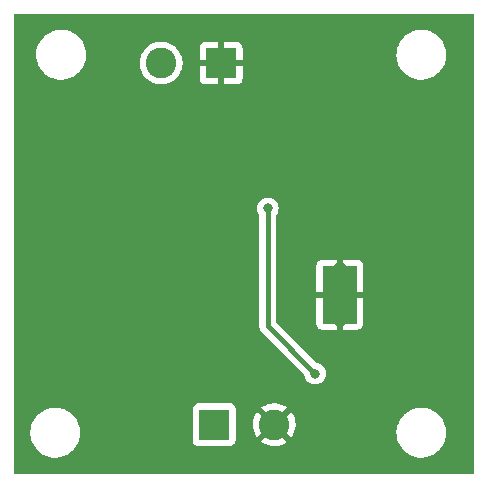
<source format=gbr>
%TF.GenerationSoftware,KiCad,Pcbnew,(5.99.0-10209-gdc0cf3b802)*%
%TF.CreationDate,2021-04-10T19:11:07+02:00*%
%TF.ProjectId,BUCK_LMR33630,4255434b-5f4c-44d5-9233-333633302e6b,rev?*%
%TF.SameCoordinates,Original*%
%TF.FileFunction,Copper,L2,Bot*%
%TF.FilePolarity,Positive*%
%FSLAX46Y46*%
G04 Gerber Fmt 4.6, Leading zero omitted, Abs format (unit mm)*
G04 Created by KiCad (PCBNEW (5.99.0-10209-gdc0cf3b802)) date 2021-04-10 19:11:07*
%MOMM*%
%LPD*%
G01*
G04 APERTURE LIST*
%TA.AperFunction,ComponentPad*%
%ADD10R,2.600000X2.600000*%
%TD*%
%TA.AperFunction,ComponentPad*%
%ADD11C,2.600000*%
%TD*%
%TA.AperFunction,ComponentPad*%
%ADD12C,0.600000*%
%TD*%
%TA.AperFunction,SMDPad,CuDef*%
%ADD13R,2.950000X4.900000*%
%TD*%
%TA.AperFunction,ViaPad*%
%ADD14C,0.800000*%
%TD*%
%TA.AperFunction,Conductor*%
%ADD15C,0.400000*%
%TD*%
G04 APERTURE END LIST*
D10*
%TO.P,J2,1,Pin_1*%
%TO.N,GND*%
X118045000Y-64695000D03*
D11*
%TO.P,J2,2,Pin_2*%
%TO.N,VOUT*%
X112965000Y-64695000D03*
%TD*%
D12*
%TO.P,U1,9,AGND*%
%TO.N,GND*%
X128750000Y-84950000D03*
X127450000Y-86250000D03*
X127450000Y-83650000D03*
X127450000Y-84950000D03*
X127450000Y-82350000D03*
X128750000Y-86250000D03*
X128750000Y-83650000D03*
D13*
X128100000Y-84300000D03*
D12*
X128750000Y-82350000D03*
%TD*%
D10*
%TO.P,J1,1,Pin_1*%
%TO.N,VIN*%
X117455000Y-95305000D03*
D11*
%TO.P,J1,2,Pin_2*%
%TO.N,GND*%
X122535000Y-95305000D03*
%TD*%
D14*
%TO.N,GND*%
X121000000Y-88200000D03*
X114900000Y-82800000D03*
X136300000Y-88200000D03*
X123500000Y-86600000D03*
X137800000Y-86700000D03*
X116100000Y-76200000D03*
X117400000Y-82900000D03*
X124000000Y-91100000D03*
X112400000Y-82900000D03*
X119800000Y-76200000D03*
X124200000Y-80900000D03*
X110500000Y-76300000D03*
X136300000Y-85000000D03*
X126300000Y-88500000D03*
%TO.N,VOUT*%
X126000000Y-91000000D03*
X122000000Y-77000000D03*
%TD*%
D15*
%TO.N,VOUT*%
X126000000Y-91000000D02*
X122000000Y-87000000D01*
X122000000Y-87000000D02*
X122000000Y-77000000D01*
%TD*%
%TA.AperFunction,Conductor*%
%TO.N,GND*%
G36*
X139434121Y-60528002D02*
G01*
X139480614Y-60581658D01*
X139492000Y-60634000D01*
X139492000Y-99366000D01*
X139471998Y-99434121D01*
X139418342Y-99480614D01*
X139366000Y-99492000D01*
X100634000Y-99492000D01*
X100565879Y-99471998D01*
X100519386Y-99418342D01*
X100508000Y-99366000D01*
X100508000Y-95977868D01*
X101886616Y-95977868D01*
X101903166Y-96264892D01*
X101903991Y-96269097D01*
X101903992Y-96269105D01*
X101906692Y-96282866D01*
X101958516Y-96547014D01*
X101959903Y-96551065D01*
X102034426Y-96768729D01*
X102051642Y-96819014D01*
X102053568Y-96822843D01*
X102176480Y-97067225D01*
X102180822Y-97075859D01*
X102343664Y-97312796D01*
X102537155Y-97525440D01*
X102757716Y-97709857D01*
X102761357Y-97712141D01*
X102997624Y-97860352D01*
X102997628Y-97860354D01*
X103001264Y-97862635D01*
X103263293Y-97980945D01*
X103267412Y-97982165D01*
X103534841Y-98061382D01*
X103534846Y-98061383D01*
X103538954Y-98062600D01*
X103543188Y-98063248D01*
X103543193Y-98063249D01*
X103796037Y-98101940D01*
X103823147Y-98106088D01*
X103969498Y-98108387D01*
X104106321Y-98110537D01*
X104106327Y-98110537D01*
X104110612Y-98110604D01*
X104114864Y-98110089D01*
X104114872Y-98110089D01*
X104336529Y-98083265D01*
X104396030Y-98076064D01*
X104400179Y-98074976D01*
X104400182Y-98074975D01*
X104669970Y-98004198D01*
X104674121Y-98003109D01*
X104939736Y-97893087D01*
X104988827Y-97864401D01*
X105184255Y-97750202D01*
X105184257Y-97750200D01*
X105187963Y-97748035D01*
X105414208Y-97570637D01*
X105614283Y-97364175D01*
X105616816Y-97360727D01*
X105616820Y-97360722D01*
X105781949Y-97135925D01*
X105784487Y-97132470D01*
X105792419Y-97117861D01*
X105919621Y-96883585D01*
X105919622Y-96883583D01*
X105921671Y-96879809D01*
X105995449Y-96684562D01*
X106021777Y-96614887D01*
X106021778Y-96614883D01*
X106023295Y-96610869D01*
X106075632Y-96382350D01*
X106086521Y-96334808D01*
X106086522Y-96334804D01*
X106087479Y-96330624D01*
X106091742Y-96282866D01*
X106112816Y-96046728D01*
X106112816Y-96046726D01*
X106113036Y-96044262D01*
X106113500Y-96000000D01*
X106108684Y-95929351D01*
X106094238Y-95717442D01*
X106094237Y-95717436D01*
X106093946Y-95713165D01*
X106089409Y-95691254D01*
X106056125Y-95530537D01*
X106035644Y-95431638D01*
X105939674Y-95160628D01*
X105807812Y-94905150D01*
X105642498Y-94669931D01*
X105639573Y-94666783D01*
X105449711Y-94462468D01*
X105449708Y-94462466D01*
X105446790Y-94459325D01*
X105443474Y-94456611D01*
X105443471Y-94456608D01*
X105227629Y-94279942D01*
X105227622Y-94279937D01*
X105224311Y-94277227D01*
X104979176Y-94127009D01*
X104975240Y-94125281D01*
X104719851Y-94013172D01*
X104719847Y-94013171D01*
X104715923Y-94011448D01*
X104693287Y-94005000D01*
X115641500Y-94005000D01*
X115641500Y-96605000D01*
X115646727Y-96678079D01*
X115687904Y-96818316D01*
X115692775Y-96825895D01*
X115762051Y-96933691D01*
X115762053Y-96933694D01*
X115766923Y-96941271D01*
X115773733Y-96947172D01*
X115870569Y-97031082D01*
X115870572Y-97031084D01*
X115877381Y-97036984D01*
X115885579Y-97040728D01*
X115985703Y-97086453D01*
X116010330Y-97097700D01*
X116019245Y-97098982D01*
X116019246Y-97098982D01*
X116150552Y-97117861D01*
X116150559Y-97117862D01*
X116155000Y-97118500D01*
X118755000Y-97118500D01*
X118828079Y-97113273D01*
X118919420Y-97086453D01*
X118959670Y-97074635D01*
X118959672Y-97074634D01*
X118968316Y-97072096D01*
X119032135Y-97031082D01*
X119083691Y-96997949D01*
X119083694Y-96997947D01*
X119091271Y-96993077D01*
X119097172Y-96986267D01*
X119181082Y-96889431D01*
X119181084Y-96889428D01*
X119186984Y-96882619D01*
X119204305Y-96844692D01*
X119243958Y-96757864D01*
X119243958Y-96757863D01*
X119247615Y-96749856D01*
X121454889Y-96749856D01*
X121463603Y-96761376D01*
X121570482Y-96839744D01*
X121578401Y-96844692D01*
X121807918Y-96965447D01*
X121816492Y-96969175D01*
X122061345Y-97054682D01*
X122070354Y-97057096D01*
X122325174Y-97105475D01*
X122334431Y-97106529D01*
X122593605Y-97116713D01*
X122602918Y-97116387D01*
X122860752Y-97088149D01*
X122869906Y-97086453D01*
X123120732Y-97020416D01*
X123129552Y-97017379D01*
X123367856Y-96914996D01*
X123376128Y-96910689D01*
X123596678Y-96774209D01*
X123604222Y-96768729D01*
X123609511Y-96764251D01*
X123617948Y-96751450D01*
X123611883Y-96741093D01*
X122547812Y-95677022D01*
X122533868Y-95669408D01*
X122532035Y-95669539D01*
X122525420Y-95673790D01*
X121461547Y-96737663D01*
X121454889Y-96749856D01*
X119247615Y-96749856D01*
X119247700Y-96749670D01*
X119258962Y-96671340D01*
X119267861Y-96609448D01*
X119267862Y-96609441D01*
X119268500Y-96605000D01*
X119268500Y-95262212D01*
X120722845Y-95262212D01*
X120735290Y-95521277D01*
X120736427Y-95530537D01*
X120787025Y-95784915D01*
X120789519Y-95793908D01*
X120877159Y-96038005D01*
X120880959Y-96046540D01*
X121003717Y-96275004D01*
X121008725Y-96282866D01*
X121078770Y-96376666D01*
X121090029Y-96385115D01*
X121102447Y-96378343D01*
X122162978Y-95317812D01*
X122169356Y-95306132D01*
X122899408Y-95306132D01*
X122899539Y-95307965D01*
X122903790Y-95314580D01*
X123971044Y-96381834D01*
X123983424Y-96388594D01*
X123991765Y-96382350D01*
X124125767Y-96174020D01*
X124130213Y-96165830D01*
X124214884Y-95977868D01*
X132886616Y-95977868D01*
X132903166Y-96264892D01*
X132903991Y-96269097D01*
X132903992Y-96269105D01*
X132906692Y-96282866D01*
X132958516Y-96547014D01*
X132959903Y-96551065D01*
X133034426Y-96768729D01*
X133051642Y-96819014D01*
X133053568Y-96822843D01*
X133176480Y-97067225D01*
X133180822Y-97075859D01*
X133343664Y-97312796D01*
X133537155Y-97525440D01*
X133757716Y-97709857D01*
X133761357Y-97712141D01*
X133997624Y-97860352D01*
X133997628Y-97860354D01*
X134001264Y-97862635D01*
X134263293Y-97980945D01*
X134267412Y-97982165D01*
X134534841Y-98061382D01*
X134534846Y-98061383D01*
X134538954Y-98062600D01*
X134543188Y-98063248D01*
X134543193Y-98063249D01*
X134796037Y-98101940D01*
X134823147Y-98106088D01*
X134969498Y-98108387D01*
X135106321Y-98110537D01*
X135106327Y-98110537D01*
X135110612Y-98110604D01*
X135114864Y-98110089D01*
X135114872Y-98110089D01*
X135336529Y-98083265D01*
X135396030Y-98076064D01*
X135400179Y-98074976D01*
X135400182Y-98074975D01*
X135669970Y-98004198D01*
X135674121Y-98003109D01*
X135939736Y-97893087D01*
X135988827Y-97864401D01*
X136184255Y-97750202D01*
X136184257Y-97750200D01*
X136187963Y-97748035D01*
X136414208Y-97570637D01*
X136614283Y-97364175D01*
X136616816Y-97360727D01*
X136616820Y-97360722D01*
X136781949Y-97135925D01*
X136784487Y-97132470D01*
X136792419Y-97117861D01*
X136919621Y-96883585D01*
X136919622Y-96883583D01*
X136921671Y-96879809D01*
X136995449Y-96684562D01*
X137021777Y-96614887D01*
X137021778Y-96614883D01*
X137023295Y-96610869D01*
X137075632Y-96382350D01*
X137086521Y-96334808D01*
X137086522Y-96334804D01*
X137087479Y-96330624D01*
X137091742Y-96282866D01*
X137112816Y-96046728D01*
X137112816Y-96046726D01*
X137113036Y-96044262D01*
X137113500Y-96000000D01*
X137108684Y-95929351D01*
X137094238Y-95717442D01*
X137094237Y-95717436D01*
X137093946Y-95713165D01*
X137089409Y-95691254D01*
X137056125Y-95530537D01*
X137035644Y-95431638D01*
X136939674Y-95160628D01*
X136807812Y-94905150D01*
X136642498Y-94669931D01*
X136639573Y-94666783D01*
X136449711Y-94462468D01*
X136449708Y-94462466D01*
X136446790Y-94459325D01*
X136443474Y-94456611D01*
X136443471Y-94456608D01*
X136227629Y-94279942D01*
X136227622Y-94279937D01*
X136224311Y-94277227D01*
X135979176Y-94127009D01*
X135975240Y-94125281D01*
X135719851Y-94013172D01*
X135719847Y-94013171D01*
X135715923Y-94011448D01*
X135439421Y-93932685D01*
X135228794Y-93902708D01*
X135159041Y-93892781D01*
X135159039Y-93892781D01*
X135154789Y-93892176D01*
X135003976Y-93891387D01*
X134871579Y-93890693D01*
X134871573Y-93890693D01*
X134867292Y-93890671D01*
X134863048Y-93891230D01*
X134863044Y-93891230D01*
X134737864Y-93907710D01*
X134582251Y-93928197D01*
X134578111Y-93929330D01*
X134578109Y-93929330D01*
X134309732Y-94002750D01*
X134304940Y-94004061D01*
X134283580Y-94013172D01*
X134044433Y-94115176D01*
X134044426Y-94115180D01*
X134040491Y-94116858D01*
X134036810Y-94119061D01*
X133797479Y-94262297D01*
X133797475Y-94262300D01*
X133793797Y-94264501D01*
X133790454Y-94267179D01*
X133790450Y-94267182D01*
X133755427Y-94295241D01*
X133569423Y-94444259D01*
X133566479Y-94447361D01*
X133566475Y-94447365D01*
X133489161Y-94528837D01*
X133371520Y-94652804D01*
X133203752Y-94886279D01*
X133069222Y-95140362D01*
X132970419Y-95410352D01*
X132909173Y-95691254D01*
X132886616Y-95977868D01*
X124214884Y-95977868D01*
X124236740Y-95929351D01*
X124239935Y-95920574D01*
X124310334Y-95670953D01*
X124312192Y-95661823D01*
X124345117Y-95403015D01*
X124345598Y-95396729D01*
X124347917Y-95308160D01*
X124347766Y-95301851D01*
X124328432Y-95041674D01*
X124327055Y-95032468D01*
X124269812Y-94779487D01*
X124267088Y-94770576D01*
X124173080Y-94528837D01*
X124169069Y-94520427D01*
X124040364Y-94295241D01*
X124035153Y-94287515D01*
X123991946Y-94232707D01*
X123980020Y-94224236D01*
X123968488Y-94230722D01*
X122907022Y-95292188D01*
X122899408Y-95306132D01*
X122169356Y-95306132D01*
X122170592Y-95303868D01*
X122170461Y-95302035D01*
X122166210Y-95295420D01*
X121100866Y-94230076D01*
X121087558Y-94222809D01*
X121077519Y-94229931D01*
X121061998Y-94248593D01*
X121056587Y-94256177D01*
X120922027Y-94477924D01*
X120917798Y-94486224D01*
X120817498Y-94725412D01*
X120814537Y-94734262D01*
X120750697Y-94985637D01*
X120749075Y-94994834D01*
X120723090Y-95252887D01*
X120722845Y-95262212D01*
X119268500Y-95262212D01*
X119268500Y-94005000D01*
X119263273Y-93931921D01*
X119241491Y-93857739D01*
X121452154Y-93857739D01*
X121456729Y-93867519D01*
X122522188Y-94932978D01*
X122536132Y-94940592D01*
X122537965Y-94940461D01*
X122544580Y-94936210D01*
X123609299Y-93871491D01*
X123615683Y-93859801D01*
X123606272Y-93847691D01*
X123459003Y-93745527D01*
X123450976Y-93740799D01*
X123218350Y-93626081D01*
X123209717Y-93622593D01*
X122962681Y-93543516D01*
X122953630Y-93541343D01*
X122697625Y-93499650D01*
X122688336Y-93498838D01*
X122428996Y-93495443D01*
X122419684Y-93496013D01*
X122162696Y-93530987D01*
X122153560Y-93532928D01*
X121904567Y-93605504D01*
X121895824Y-93608772D01*
X121660286Y-93717357D01*
X121652131Y-93721877D01*
X121461290Y-93846999D01*
X121452154Y-93857739D01*
X119241491Y-93857739D01*
X119222096Y-93791684D01*
X119197574Y-93753528D01*
X119147949Y-93676309D01*
X119147947Y-93676306D01*
X119143077Y-93668729D01*
X119093859Y-93626081D01*
X119039431Y-93578918D01*
X119039428Y-93578916D01*
X119032619Y-93573016D01*
X118899670Y-93512300D01*
X118890755Y-93511018D01*
X118890754Y-93511018D01*
X118759448Y-93492139D01*
X118759441Y-93492138D01*
X118755000Y-93491500D01*
X116155000Y-93491500D01*
X116081921Y-93496727D01*
X116028884Y-93512300D01*
X115950330Y-93535365D01*
X115950328Y-93535366D01*
X115941684Y-93537904D01*
X115934105Y-93542775D01*
X115826309Y-93612051D01*
X115826306Y-93612053D01*
X115818729Y-93616923D01*
X115812828Y-93623733D01*
X115728918Y-93720569D01*
X115728916Y-93720572D01*
X115723016Y-93727381D01*
X115662300Y-93860330D01*
X115661018Y-93869245D01*
X115661018Y-93869246D01*
X115642139Y-94000552D01*
X115642138Y-94000559D01*
X115641500Y-94005000D01*
X104693287Y-94005000D01*
X104439421Y-93932685D01*
X104228794Y-93902708D01*
X104159041Y-93892781D01*
X104159039Y-93892781D01*
X104154789Y-93892176D01*
X104003976Y-93891387D01*
X103871579Y-93890693D01*
X103871573Y-93890693D01*
X103867292Y-93890671D01*
X103863048Y-93891230D01*
X103863044Y-93891230D01*
X103737864Y-93907710D01*
X103582251Y-93928197D01*
X103578111Y-93929330D01*
X103578109Y-93929330D01*
X103309732Y-94002750D01*
X103304940Y-94004061D01*
X103283580Y-94013172D01*
X103044433Y-94115176D01*
X103044426Y-94115180D01*
X103040491Y-94116858D01*
X103036810Y-94119061D01*
X102797479Y-94262297D01*
X102797475Y-94262300D01*
X102793797Y-94264501D01*
X102790454Y-94267179D01*
X102790450Y-94267182D01*
X102755427Y-94295241D01*
X102569423Y-94444259D01*
X102566479Y-94447361D01*
X102566475Y-94447365D01*
X102489161Y-94528837D01*
X102371520Y-94652804D01*
X102203752Y-94886279D01*
X102069222Y-95140362D01*
X101970419Y-95410352D01*
X101909173Y-95691254D01*
X101886616Y-95977868D01*
X100508000Y-95977868D01*
X100508000Y-77000000D01*
X121086500Y-77000000D01*
X121106462Y-77189927D01*
X121165476Y-77371554D01*
X121260963Y-77536942D01*
X121265377Y-77541845D01*
X121267438Y-77544681D01*
X121291500Y-77618739D01*
X121291500Y-86974047D01*
X121291208Y-86982617D01*
X121287477Y-87037342D01*
X121298461Y-87100273D01*
X121299421Y-87106766D01*
X121307096Y-87170194D01*
X121309781Y-87177298D01*
X121310418Y-87179893D01*
X121314872Y-87196175D01*
X121315648Y-87198745D01*
X121316953Y-87206224D01*
X121320004Y-87213175D01*
X121320006Y-87213181D01*
X121342620Y-87264696D01*
X121345113Y-87270804D01*
X121367694Y-87330562D01*
X121372000Y-87336827D01*
X121373250Y-87339218D01*
X121381433Y-87353920D01*
X121382807Y-87356243D01*
X121385861Y-87363201D01*
X121390486Y-87369228D01*
X121390488Y-87369232D01*
X121424746Y-87413878D01*
X121428615Y-87419203D01*
X121464796Y-87471846D01*
X121470466Y-87476898D01*
X121470467Y-87476899D01*
X121508682Y-87510947D01*
X121513958Y-87515928D01*
X125065340Y-91067311D01*
X125099366Y-91129623D01*
X125101555Y-91143234D01*
X125106462Y-91189927D01*
X125165476Y-91371554D01*
X125260963Y-91536942D01*
X125388749Y-91678863D01*
X125394091Y-91682744D01*
X125394093Y-91682746D01*
X125537908Y-91787233D01*
X125543250Y-91791114D01*
X125549278Y-91793798D01*
X125549280Y-91793799D01*
X125711682Y-91866105D01*
X125717713Y-91868790D01*
X125811113Y-91888643D01*
X125898056Y-91907124D01*
X125898061Y-91907124D01*
X125904513Y-91908496D01*
X126095487Y-91908496D01*
X126101939Y-91907124D01*
X126101944Y-91907124D01*
X126188887Y-91888643D01*
X126282287Y-91868790D01*
X126288318Y-91866105D01*
X126450720Y-91793799D01*
X126450722Y-91793798D01*
X126456750Y-91791114D01*
X126462092Y-91787233D01*
X126605907Y-91682746D01*
X126605909Y-91682744D01*
X126611251Y-91678863D01*
X126739037Y-91536942D01*
X126834524Y-91371554D01*
X126893538Y-91189927D01*
X126913500Y-91000000D01*
X126893538Y-90810073D01*
X126834524Y-90628446D01*
X126739037Y-90463058D01*
X126611251Y-90321137D01*
X126605909Y-90317256D01*
X126605907Y-90317254D01*
X126462092Y-90212767D01*
X126462091Y-90212766D01*
X126456750Y-90208886D01*
X126450722Y-90206202D01*
X126450720Y-90206201D01*
X126288318Y-90133895D01*
X126288317Y-90133895D01*
X126282287Y-90131210D01*
X126275826Y-90129837D01*
X126275821Y-90129835D01*
X126129437Y-90098719D01*
X126066539Y-90064568D01*
X122745405Y-86743434D01*
X122711379Y-86681122D01*
X122708500Y-86654339D01*
X122708500Y-84567548D01*
X126112000Y-84567548D01*
X126112000Y-86747743D01*
X126112161Y-86752250D01*
X126116740Y-86816269D01*
X126119126Y-86829491D01*
X126155819Y-86954458D01*
X126163233Y-86970692D01*
X126232426Y-87078360D01*
X126244112Y-87091847D01*
X126340840Y-87175662D01*
X126355848Y-87185307D01*
X126472275Y-87238477D01*
X126489388Y-87243502D01*
X126620554Y-87262361D01*
X126629495Y-87263000D01*
X127827885Y-87263000D01*
X127843124Y-87258525D01*
X127844329Y-87257135D01*
X127846000Y-87249452D01*
X127846000Y-87023326D01*
X127843808Y-87015861D01*
X128354000Y-87015861D01*
X128354000Y-87244885D01*
X128358475Y-87260124D01*
X128359865Y-87261329D01*
X128367548Y-87263000D01*
X129572743Y-87263000D01*
X129577250Y-87262839D01*
X129641269Y-87258260D01*
X129654491Y-87255874D01*
X129779458Y-87219181D01*
X129795692Y-87211767D01*
X129903360Y-87142574D01*
X129916847Y-87130888D01*
X130000662Y-87034160D01*
X130010307Y-87019152D01*
X130063477Y-86902725D01*
X130068502Y-86885612D01*
X130087361Y-86754446D01*
X130088000Y-86745503D01*
X130088000Y-84572115D01*
X130083525Y-84556876D01*
X130082135Y-84555671D01*
X130074452Y-84554000D01*
X129523326Y-84554000D01*
X129497681Y-84561530D01*
X129109210Y-84950000D01*
X128750000Y-85309210D01*
X128472022Y-85587189D01*
X128464409Y-85601132D01*
X128464540Y-85602967D01*
X128468790Y-85609580D01*
X129020115Y-86160905D01*
X129054141Y-86223217D01*
X129049076Y-86294032D01*
X129020115Y-86339095D01*
X128750000Y-86609210D01*
X128366812Y-86992399D01*
X128354000Y-87015861D01*
X127843808Y-87015861D01*
X127838469Y-86997679D01*
X127179885Y-86339095D01*
X127145859Y-86276783D01*
X127147694Y-86251131D01*
X127814408Y-86251131D01*
X127814539Y-86252966D01*
X127818789Y-86259578D01*
X127833191Y-86273980D01*
X127843276Y-86279487D01*
X127846000Y-86272184D01*
X127846000Y-86231326D01*
X127844969Y-86227816D01*
X128354000Y-86227816D01*
X128354000Y-86268674D01*
X128357237Y-86279699D01*
X128364328Y-86276461D01*
X128377979Y-86262811D01*
X128385592Y-86248869D01*
X128385461Y-86247034D01*
X128381211Y-86240422D01*
X128366809Y-86226020D01*
X128356724Y-86220513D01*
X128354000Y-86227816D01*
X127844969Y-86227816D01*
X127842763Y-86220301D01*
X127835672Y-86223539D01*
X127822021Y-86237189D01*
X127814408Y-86251131D01*
X127147694Y-86251131D01*
X127150924Y-86205968D01*
X127179885Y-86160905D01*
X127450000Y-85890790D01*
X127727977Y-85612812D01*
X127735591Y-85598868D01*
X127735460Y-85597033D01*
X127731212Y-85590423D01*
X127091921Y-84951131D01*
X127814408Y-84951131D01*
X127814539Y-84952966D01*
X127818789Y-84959578D01*
X127833191Y-84973980D01*
X127843276Y-84979487D01*
X127846000Y-84972184D01*
X127846000Y-84931326D01*
X127844969Y-84927816D01*
X128354000Y-84927816D01*
X128354000Y-84968674D01*
X128357237Y-84979699D01*
X128364328Y-84976461D01*
X128377979Y-84962811D01*
X128385592Y-84948869D01*
X128385461Y-84947034D01*
X128381211Y-84940422D01*
X128366809Y-84926020D01*
X128356724Y-84920513D01*
X128354000Y-84927816D01*
X127844969Y-84927816D01*
X127842763Y-84920301D01*
X127835672Y-84923539D01*
X127822021Y-84937189D01*
X127814408Y-84951131D01*
X127091921Y-84951131D01*
X127090790Y-84950000D01*
X126707600Y-84566811D01*
X126690066Y-84557237D01*
X127420301Y-84557237D01*
X127423539Y-84564328D01*
X127437189Y-84577979D01*
X127451131Y-84585592D01*
X127452966Y-84585461D01*
X127459578Y-84581211D01*
X127473980Y-84566809D01*
X127479207Y-84557237D01*
X128720301Y-84557237D01*
X128723539Y-84564328D01*
X128737189Y-84577979D01*
X128751131Y-84585592D01*
X128752966Y-84585461D01*
X128759578Y-84581211D01*
X128773980Y-84566809D01*
X128779487Y-84556724D01*
X128772184Y-84554000D01*
X128731326Y-84554000D01*
X128720301Y-84557237D01*
X127479207Y-84557237D01*
X127479487Y-84556724D01*
X127472184Y-84554000D01*
X127431326Y-84554000D01*
X127420301Y-84557237D01*
X126690066Y-84557237D01*
X126684138Y-84554000D01*
X126130115Y-84554000D01*
X126114876Y-84558475D01*
X126113671Y-84559865D01*
X126112000Y-84567548D01*
X122708500Y-84567548D01*
X122708500Y-81854495D01*
X126112000Y-81854495D01*
X126112000Y-84027885D01*
X126116475Y-84043124D01*
X126117865Y-84044329D01*
X126125548Y-84046000D01*
X126676674Y-84046000D01*
X126685951Y-84043276D01*
X127420513Y-84043276D01*
X127427816Y-84046000D01*
X127468674Y-84046000D01*
X127477952Y-84043276D01*
X128720513Y-84043276D01*
X128727816Y-84046000D01*
X128768674Y-84046000D01*
X128779699Y-84042763D01*
X128776461Y-84035672D01*
X128762811Y-84022021D01*
X128748869Y-84014408D01*
X128747034Y-84014539D01*
X128740422Y-84018789D01*
X128726020Y-84033191D01*
X128720513Y-84043276D01*
X127477952Y-84043276D01*
X127479699Y-84042763D01*
X127476461Y-84035672D01*
X127462811Y-84022021D01*
X127448869Y-84014408D01*
X127447034Y-84014539D01*
X127440422Y-84018789D01*
X127426020Y-84033191D01*
X127420513Y-84043276D01*
X126685951Y-84043276D01*
X126702319Y-84038470D01*
X127089659Y-83651131D01*
X127814408Y-83651131D01*
X127814539Y-83652966D01*
X127818789Y-83659578D01*
X127833191Y-83673980D01*
X127843276Y-83679487D01*
X127846000Y-83672184D01*
X127846000Y-83631326D01*
X127844969Y-83627816D01*
X128354000Y-83627816D01*
X128354000Y-83668674D01*
X128357237Y-83679699D01*
X128364328Y-83676461D01*
X128377979Y-83662811D01*
X128385592Y-83648869D01*
X128385461Y-83647034D01*
X128381211Y-83640422D01*
X128366809Y-83626020D01*
X128356724Y-83620513D01*
X128354000Y-83627816D01*
X127844969Y-83627816D01*
X127842763Y-83620301D01*
X127835672Y-83623539D01*
X127822021Y-83637189D01*
X127814408Y-83651131D01*
X127089659Y-83651131D01*
X127450000Y-83290790D01*
X127727978Y-83012811D01*
X127735591Y-82998868D01*
X127735460Y-82997033D01*
X127731210Y-82990420D01*
X127179885Y-82439095D01*
X127145859Y-82376783D01*
X127147694Y-82351131D01*
X127814408Y-82351131D01*
X127814539Y-82352966D01*
X127818789Y-82359578D01*
X127833191Y-82373980D01*
X127843276Y-82379487D01*
X127846000Y-82372184D01*
X127846000Y-82331326D01*
X127844969Y-82327816D01*
X128354000Y-82327816D01*
X128354000Y-82368674D01*
X128357237Y-82379699D01*
X128364328Y-82376461D01*
X128377979Y-82362811D01*
X128385592Y-82348869D01*
X128385461Y-82347034D01*
X128381211Y-82340422D01*
X128366809Y-82326020D01*
X128356724Y-82320513D01*
X128354000Y-82327816D01*
X127844969Y-82327816D01*
X127842763Y-82320301D01*
X127835672Y-82323539D01*
X127822021Y-82337189D01*
X127814408Y-82351131D01*
X127147694Y-82351131D01*
X127150924Y-82305968D01*
X127179885Y-82260905D01*
X127450000Y-81990790D01*
X127833188Y-81607601D01*
X127846000Y-81584139D01*
X127846000Y-81355115D01*
X127844659Y-81350548D01*
X128354000Y-81350548D01*
X128354000Y-81576674D01*
X128361531Y-81602321D01*
X129020115Y-82260905D01*
X129054141Y-82323217D01*
X129049076Y-82394032D01*
X129020115Y-82439095D01*
X128750000Y-82709210D01*
X128472023Y-82987188D01*
X128464409Y-83001132D01*
X128464540Y-83002967D01*
X128468788Y-83009577D01*
X128750000Y-83290790D01*
X129492400Y-84033189D01*
X129515862Y-84046000D01*
X130069885Y-84046000D01*
X130085124Y-84041525D01*
X130086329Y-84040135D01*
X130088000Y-84032452D01*
X130088000Y-81852257D01*
X130087839Y-81847750D01*
X130083260Y-81783731D01*
X130080874Y-81770509D01*
X130044181Y-81645542D01*
X130036767Y-81629308D01*
X129967574Y-81521640D01*
X129955888Y-81508153D01*
X129859160Y-81424338D01*
X129844152Y-81414693D01*
X129727725Y-81361523D01*
X129710612Y-81356498D01*
X129579446Y-81337639D01*
X129570505Y-81337000D01*
X128372115Y-81337000D01*
X128356876Y-81341475D01*
X128355671Y-81342865D01*
X128354000Y-81350548D01*
X127844659Y-81350548D01*
X127841525Y-81339876D01*
X127840135Y-81338671D01*
X127832452Y-81337000D01*
X126627257Y-81337000D01*
X126622750Y-81337161D01*
X126558731Y-81341740D01*
X126545509Y-81344126D01*
X126420542Y-81380819D01*
X126404308Y-81388233D01*
X126296640Y-81457426D01*
X126283153Y-81469112D01*
X126199338Y-81565840D01*
X126189693Y-81580848D01*
X126136523Y-81697275D01*
X126131498Y-81714388D01*
X126112639Y-81845554D01*
X126112000Y-81854495D01*
X122708500Y-81854495D01*
X122708500Y-77618739D01*
X122732562Y-77544681D01*
X122734623Y-77541845D01*
X122739037Y-77536942D01*
X122834524Y-77371554D01*
X122893538Y-77189927D01*
X122913500Y-77000000D01*
X122893538Y-76810073D01*
X122834524Y-76628446D01*
X122739037Y-76463058D01*
X122611251Y-76321137D01*
X122605909Y-76317256D01*
X122605907Y-76317254D01*
X122462092Y-76212767D01*
X122462091Y-76212766D01*
X122456750Y-76208886D01*
X122450722Y-76206202D01*
X122450720Y-76206201D01*
X122288318Y-76133895D01*
X122288317Y-76133895D01*
X122282287Y-76131210D01*
X122188887Y-76111357D01*
X122101944Y-76092876D01*
X122101939Y-76092876D01*
X122095487Y-76091504D01*
X121904513Y-76091504D01*
X121898061Y-76092876D01*
X121898056Y-76092876D01*
X121811113Y-76111357D01*
X121717713Y-76131210D01*
X121711683Y-76133895D01*
X121711682Y-76133895D01*
X121549280Y-76206201D01*
X121549278Y-76206202D01*
X121543250Y-76208886D01*
X121537909Y-76212766D01*
X121537908Y-76212767D01*
X121394093Y-76317254D01*
X121394091Y-76317256D01*
X121388749Y-76321137D01*
X121260963Y-76463058D01*
X121165476Y-76628446D01*
X121106462Y-76810073D01*
X121086500Y-77000000D01*
X100508000Y-77000000D01*
X100508000Y-63977868D01*
X102386616Y-63977868D01*
X102403166Y-64264892D01*
X102403991Y-64269097D01*
X102403992Y-64269105D01*
X102434163Y-64422885D01*
X102458516Y-64547014D01*
X102459903Y-64551065D01*
X102510265Y-64698160D01*
X102551642Y-64819014D01*
X102553568Y-64822843D01*
X102671113Y-65056554D01*
X102680822Y-65075859D01*
X102843664Y-65312796D01*
X103037155Y-65525440D01*
X103257716Y-65709857D01*
X103261357Y-65712141D01*
X103497624Y-65860352D01*
X103497628Y-65860354D01*
X103501264Y-65862635D01*
X103763293Y-65980945D01*
X103825751Y-65999446D01*
X104034841Y-66061382D01*
X104034846Y-66061383D01*
X104038954Y-66062600D01*
X104043188Y-66063248D01*
X104043193Y-66063249D01*
X104296037Y-66101940D01*
X104323147Y-66106088D01*
X104469498Y-66108387D01*
X104606321Y-66110537D01*
X104606327Y-66110537D01*
X104610612Y-66110604D01*
X104614864Y-66110089D01*
X104614872Y-66110089D01*
X104836529Y-66083265D01*
X104896030Y-66076064D01*
X104900179Y-66074976D01*
X104900182Y-66074975D01*
X105169970Y-66004198D01*
X105174121Y-66003109D01*
X105439736Y-65893087D01*
X105488827Y-65864401D01*
X105684255Y-65750202D01*
X105684257Y-65750200D01*
X105687963Y-65748035D01*
X105914208Y-65570637D01*
X105928329Y-65556066D01*
X106111300Y-65367253D01*
X106114283Y-65364175D01*
X106116816Y-65360727D01*
X106116820Y-65360722D01*
X106281949Y-65135925D01*
X106284487Y-65132470D01*
X106315224Y-65075859D01*
X106419621Y-64883585D01*
X106419622Y-64883583D01*
X106421671Y-64879809D01*
X106472483Y-64745339D01*
X106509443Y-64647528D01*
X111152121Y-64647528D01*
X111165018Y-64916010D01*
X111165931Y-64920600D01*
X111207325Y-65128702D01*
X111217456Y-65179637D01*
X111219035Y-65184035D01*
X111219037Y-65184042D01*
X111267680Y-65319522D01*
X111308285Y-65432617D01*
X111435510Y-65669393D01*
X111438301Y-65673130D01*
X111438305Y-65673137D01*
X111519944Y-65782464D01*
X111596334Y-65884763D01*
X111599643Y-65888043D01*
X111599648Y-65888049D01*
X111716816Y-66004198D01*
X111787226Y-66073996D01*
X111790988Y-66076754D01*
X111790991Y-66076757D01*
X112000224Y-66230173D01*
X112003991Y-66232935D01*
X112008122Y-66235109D01*
X112008123Y-66235109D01*
X112237734Y-66355913D01*
X112237740Y-66355915D01*
X112241869Y-66358088D01*
X112246276Y-66359627D01*
X112246283Y-66359630D01*
X112421053Y-66420662D01*
X112495632Y-66446706D01*
X112759706Y-66496843D01*
X112887198Y-66501852D01*
X113023622Y-66507212D01*
X113023627Y-66507212D01*
X113028290Y-66507395D01*
X113112656Y-66498156D01*
X113290831Y-66478643D01*
X113290837Y-66478642D01*
X113295484Y-66478133D01*
X113300008Y-66476942D01*
X113550895Y-66410889D01*
X113550897Y-66410888D01*
X113555418Y-66409698D01*
X113671954Y-66359630D01*
X113798087Y-66305439D01*
X113798089Y-66305438D01*
X113802381Y-66303594D01*
X113970663Y-66199458D01*
X114026976Y-66164611D01*
X114026980Y-66164608D01*
X114030949Y-66162152D01*
X114091919Y-66110537D01*
X114232532Y-65991500D01*
X114232534Y-65991498D01*
X114236099Y-65988480D01*
X114413325Y-65786392D01*
X114436604Y-65750202D01*
X114556207Y-65564257D01*
X114558735Y-65560327D01*
X114669133Y-65315254D01*
X114707381Y-65179637D01*
X114721745Y-65128702D01*
X114742093Y-65056554D01*
X114754052Y-64962548D01*
X116232000Y-64962548D01*
X116232000Y-65992743D01*
X116232161Y-65997250D01*
X116236740Y-66061269D01*
X116239126Y-66074491D01*
X116275819Y-66199458D01*
X116283233Y-66215692D01*
X116352426Y-66323360D01*
X116364112Y-66336847D01*
X116460840Y-66420662D01*
X116475848Y-66430307D01*
X116592275Y-66483477D01*
X116609388Y-66488502D01*
X116740554Y-66507361D01*
X116749495Y-66508000D01*
X117772885Y-66508000D01*
X117788124Y-66503525D01*
X117789329Y-66502135D01*
X117791000Y-66494452D01*
X117791000Y-64967115D01*
X117789659Y-64962548D01*
X118299000Y-64962548D01*
X118299000Y-66489885D01*
X118303475Y-66505124D01*
X118304865Y-66506329D01*
X118312548Y-66508000D01*
X119342743Y-66508000D01*
X119347250Y-66507839D01*
X119411269Y-66503260D01*
X119424491Y-66500874D01*
X119549458Y-66464181D01*
X119565692Y-66456767D01*
X119673360Y-66387574D01*
X119686847Y-66375888D01*
X119770662Y-66279160D01*
X119780307Y-66264152D01*
X119833477Y-66147725D01*
X119838502Y-66130612D01*
X119857361Y-65999446D01*
X119858000Y-65990503D01*
X119858000Y-64967115D01*
X119853525Y-64951876D01*
X119852135Y-64950671D01*
X119844452Y-64949000D01*
X118317115Y-64949000D01*
X118301876Y-64953475D01*
X118300671Y-64954865D01*
X118299000Y-64962548D01*
X117789659Y-64962548D01*
X117786525Y-64951876D01*
X117785135Y-64950671D01*
X117777452Y-64949000D01*
X116250115Y-64949000D01*
X116234876Y-64953475D01*
X116233671Y-64954865D01*
X116232000Y-64962548D01*
X114754052Y-64962548D01*
X114764578Y-64879809D01*
X114775617Y-64793041D01*
X114775617Y-64793037D01*
X114776015Y-64789911D01*
X114778500Y-64695000D01*
X114774626Y-64642874D01*
X114758926Y-64431600D01*
X114758925Y-64431596D01*
X114758580Y-64426948D01*
X114699259Y-64164784D01*
X114601838Y-63914268D01*
X114599520Y-63910212D01*
X114470779Y-63684961D01*
X114470777Y-63684959D01*
X114468460Y-63680904D01*
X114302052Y-63469817D01*
X114227298Y-63399495D01*
X116232000Y-63399495D01*
X116232000Y-64422885D01*
X116236475Y-64438124D01*
X116237865Y-64439329D01*
X116245548Y-64441000D01*
X117772885Y-64441000D01*
X117788124Y-64436525D01*
X117789329Y-64435135D01*
X117791000Y-64427452D01*
X117791000Y-62900115D01*
X117789659Y-62895548D01*
X118299000Y-62895548D01*
X118299000Y-64422885D01*
X118303475Y-64438124D01*
X118304865Y-64439329D01*
X118312548Y-64441000D01*
X119839885Y-64441000D01*
X119855124Y-64436525D01*
X119856329Y-64435135D01*
X119858000Y-64427452D01*
X119858000Y-63977868D01*
X132886616Y-63977868D01*
X132903166Y-64264892D01*
X132903991Y-64269097D01*
X132903992Y-64269105D01*
X132934163Y-64422885D01*
X132958516Y-64547014D01*
X132959903Y-64551065D01*
X133010265Y-64698160D01*
X133051642Y-64819014D01*
X133053568Y-64822843D01*
X133171113Y-65056554D01*
X133180822Y-65075859D01*
X133343664Y-65312796D01*
X133537155Y-65525440D01*
X133757716Y-65709857D01*
X133761357Y-65712141D01*
X133997624Y-65860352D01*
X133997628Y-65860354D01*
X134001264Y-65862635D01*
X134263293Y-65980945D01*
X134325751Y-65999446D01*
X134534841Y-66061382D01*
X134534846Y-66061383D01*
X134538954Y-66062600D01*
X134543188Y-66063248D01*
X134543193Y-66063249D01*
X134796037Y-66101940D01*
X134823147Y-66106088D01*
X134969498Y-66108387D01*
X135106321Y-66110537D01*
X135106327Y-66110537D01*
X135110612Y-66110604D01*
X135114864Y-66110089D01*
X135114872Y-66110089D01*
X135336529Y-66083265D01*
X135396030Y-66076064D01*
X135400179Y-66074976D01*
X135400182Y-66074975D01*
X135669970Y-66004198D01*
X135674121Y-66003109D01*
X135939736Y-65893087D01*
X135988827Y-65864401D01*
X136184255Y-65750202D01*
X136184257Y-65750200D01*
X136187963Y-65748035D01*
X136414208Y-65570637D01*
X136428329Y-65556066D01*
X136611300Y-65367253D01*
X136614283Y-65364175D01*
X136616816Y-65360727D01*
X136616820Y-65360722D01*
X136781949Y-65135925D01*
X136784487Y-65132470D01*
X136815224Y-65075859D01*
X136919621Y-64883585D01*
X136919622Y-64883583D01*
X136921671Y-64879809D01*
X136972483Y-64745339D01*
X137021777Y-64614887D01*
X137021778Y-64614883D01*
X137023295Y-64610869D01*
X137062200Y-64441000D01*
X137086521Y-64334808D01*
X137086522Y-64334804D01*
X137087479Y-64330624D01*
X137092970Y-64269105D01*
X137112816Y-64046728D01*
X137112816Y-64046726D01*
X137113036Y-64044262D01*
X137113500Y-64000000D01*
X137111700Y-63973597D01*
X137094238Y-63717442D01*
X137094237Y-63717436D01*
X137093946Y-63713165D01*
X137089409Y-63691254D01*
X137044310Y-63473485D01*
X137035644Y-63431638D01*
X136939674Y-63160628D01*
X136807812Y-62905150D01*
X136642498Y-62669931D01*
X136639573Y-62666783D01*
X136449711Y-62462468D01*
X136449708Y-62462466D01*
X136446790Y-62459325D01*
X136443474Y-62456611D01*
X136443471Y-62456608D01*
X136227629Y-62279942D01*
X136227622Y-62279937D01*
X136224311Y-62277227D01*
X135979176Y-62127009D01*
X135975240Y-62125281D01*
X135719851Y-62013172D01*
X135719847Y-62013171D01*
X135715923Y-62011448D01*
X135439421Y-61932685D01*
X135228794Y-61902708D01*
X135159041Y-61892781D01*
X135159039Y-61892781D01*
X135154789Y-61892176D01*
X135003976Y-61891387D01*
X134871579Y-61890693D01*
X134871573Y-61890693D01*
X134867292Y-61890671D01*
X134863048Y-61891230D01*
X134863044Y-61891230D01*
X134737864Y-61907710D01*
X134582251Y-61928197D01*
X134578111Y-61929330D01*
X134578109Y-61929330D01*
X134561547Y-61933861D01*
X134304940Y-62004061D01*
X134283580Y-62013172D01*
X134044433Y-62115176D01*
X134044426Y-62115180D01*
X134040491Y-62116858D01*
X134036810Y-62119061D01*
X133797479Y-62262297D01*
X133797475Y-62262300D01*
X133793797Y-62264501D01*
X133790454Y-62267179D01*
X133790450Y-62267182D01*
X133680922Y-62354931D01*
X133569423Y-62444259D01*
X133566479Y-62447361D01*
X133566475Y-62447365D01*
X133552143Y-62462468D01*
X133371520Y-62652804D01*
X133203752Y-62886279D01*
X133069222Y-63140362D01*
X132970419Y-63410352D01*
X132909173Y-63691254D01*
X132908837Y-63695524D01*
X132894973Y-63871688D01*
X132886616Y-63977868D01*
X119858000Y-63977868D01*
X119858000Y-63397257D01*
X119857839Y-63392750D01*
X119853260Y-63328731D01*
X119850874Y-63315509D01*
X119814181Y-63190542D01*
X119806767Y-63174308D01*
X119737574Y-63066640D01*
X119725888Y-63053153D01*
X119629160Y-62969338D01*
X119614152Y-62959693D01*
X119497725Y-62906523D01*
X119480612Y-62901498D01*
X119349446Y-62882639D01*
X119340505Y-62882000D01*
X118317115Y-62882000D01*
X118301876Y-62886475D01*
X118300671Y-62887865D01*
X118299000Y-62895548D01*
X117789659Y-62895548D01*
X117786525Y-62884876D01*
X117785135Y-62883671D01*
X117777452Y-62882000D01*
X116747257Y-62882000D01*
X116742750Y-62882161D01*
X116678731Y-62886740D01*
X116665509Y-62889126D01*
X116540542Y-62925819D01*
X116524308Y-62933233D01*
X116416640Y-63002426D01*
X116403153Y-63014112D01*
X116319338Y-63110840D01*
X116309693Y-63125848D01*
X116256523Y-63242275D01*
X116251498Y-63259388D01*
X116232639Y-63390554D01*
X116232000Y-63399495D01*
X114227298Y-63399495D01*
X114106273Y-63285646D01*
X113885421Y-63132436D01*
X113724652Y-63053153D01*
X113648535Y-63015616D01*
X113648531Y-63015615D01*
X113644349Y-63013552D01*
X113388353Y-62931607D01*
X113225900Y-62905150D01*
X113127669Y-62889152D01*
X113127668Y-62889152D01*
X113123057Y-62888401D01*
X112988673Y-62886642D01*
X112858965Y-62884944D01*
X112858962Y-62884944D01*
X112854288Y-62884883D01*
X112587952Y-62921129D01*
X112583462Y-62922438D01*
X112583456Y-62922439D01*
X112473555Y-62954473D01*
X112329899Y-62996345D01*
X112325652Y-62998303D01*
X112325649Y-62998304D01*
X112292574Y-63013552D01*
X112085798Y-63108877D01*
X112081889Y-63111440D01*
X111864924Y-63253688D01*
X111864919Y-63253692D01*
X111861011Y-63256254D01*
X111857519Y-63259371D01*
X111669034Y-63427600D01*
X111660477Y-63435237D01*
X111488602Y-63641895D01*
X111349160Y-63871688D01*
X111347351Y-63876002D01*
X111347350Y-63876004D01*
X111276794Y-64044262D01*
X111245215Y-64119568D01*
X111244064Y-64124100D01*
X111244063Y-64124103D01*
X111232574Y-64169341D01*
X111179051Y-64380089D01*
X111152121Y-64647528D01*
X106509443Y-64647528D01*
X106521777Y-64614887D01*
X106521778Y-64614883D01*
X106523295Y-64610869D01*
X106562200Y-64441000D01*
X106586521Y-64334808D01*
X106586522Y-64334804D01*
X106587479Y-64330624D01*
X106592970Y-64269105D01*
X106612816Y-64046728D01*
X106612816Y-64046726D01*
X106613036Y-64044262D01*
X106613500Y-64000000D01*
X106611700Y-63973597D01*
X106594238Y-63717442D01*
X106594237Y-63717436D01*
X106593946Y-63713165D01*
X106589409Y-63691254D01*
X106544310Y-63473485D01*
X106535644Y-63431638D01*
X106439674Y-63160628D01*
X106307812Y-62905150D01*
X106142498Y-62669931D01*
X106139573Y-62666783D01*
X105949711Y-62462468D01*
X105949708Y-62462466D01*
X105946790Y-62459325D01*
X105943474Y-62456611D01*
X105943471Y-62456608D01*
X105727629Y-62279942D01*
X105727622Y-62279937D01*
X105724311Y-62277227D01*
X105479176Y-62127009D01*
X105475240Y-62125281D01*
X105219851Y-62013172D01*
X105219847Y-62013171D01*
X105215923Y-62011448D01*
X104939421Y-61932685D01*
X104728794Y-61902708D01*
X104659041Y-61892781D01*
X104659039Y-61892781D01*
X104654789Y-61892176D01*
X104503976Y-61891387D01*
X104371579Y-61890693D01*
X104371573Y-61890693D01*
X104367292Y-61890671D01*
X104363048Y-61891230D01*
X104363044Y-61891230D01*
X104237864Y-61907710D01*
X104082251Y-61928197D01*
X104078111Y-61929330D01*
X104078109Y-61929330D01*
X104061547Y-61933861D01*
X103804940Y-62004061D01*
X103783580Y-62013172D01*
X103544433Y-62115176D01*
X103544426Y-62115180D01*
X103540491Y-62116858D01*
X103536810Y-62119061D01*
X103297479Y-62262297D01*
X103297475Y-62262300D01*
X103293797Y-62264501D01*
X103290454Y-62267179D01*
X103290450Y-62267182D01*
X103180922Y-62354931D01*
X103069423Y-62444259D01*
X103066479Y-62447361D01*
X103066475Y-62447365D01*
X103052143Y-62462468D01*
X102871520Y-62652804D01*
X102703752Y-62886279D01*
X102569222Y-63140362D01*
X102470419Y-63410352D01*
X102409173Y-63691254D01*
X102408837Y-63695524D01*
X102394973Y-63871688D01*
X102386616Y-63977868D01*
X100508000Y-63977868D01*
X100508000Y-60634000D01*
X100528002Y-60565879D01*
X100581658Y-60519386D01*
X100634000Y-60508000D01*
X139366000Y-60508000D01*
X139434121Y-60528002D01*
G37*
%TD.AperFunction*%
%TD*%
M02*

</source>
